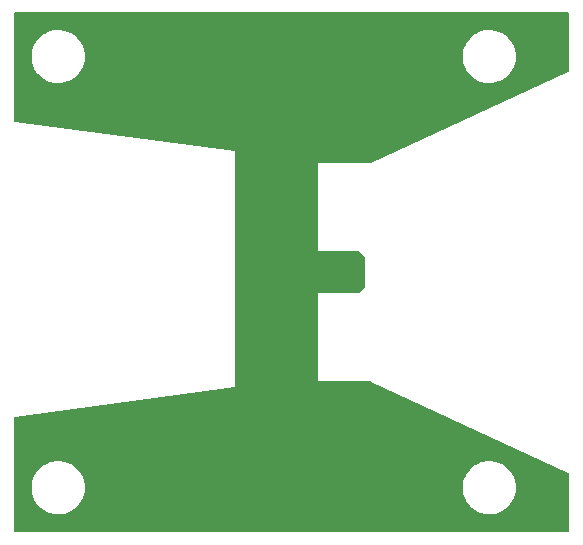
<source format=gbs>
G04 #@! TF.GenerationSoftware,KiCad,Pcbnew,(6.0.11)*
G04 #@! TF.CreationDate,2023-07-14T11:58:10+02:00*
G04 #@! TF.ProjectId,quakesr_large01,7175616b-6573-4725-9f6c-617267653031,rev?*
G04 #@! TF.SameCoordinates,Original*
G04 #@! TF.FileFunction,Soldermask,Bot*
G04 #@! TF.FilePolarity,Negative*
%FSLAX46Y46*%
G04 Gerber Fmt 4.6, Leading zero omitted, Abs format (unit mm)*
G04 Created by KiCad (PCBNEW (6.0.11)) date 2023-07-14 11:58:10*
%MOMM*%
%LPD*%
G01*
G04 APERTURE LIST*
G04 APERTURE END LIST*
G36*
X168192121Y-83270002D02*
G01*
X168238614Y-83323658D01*
X168250000Y-83376000D01*
X168250000Y-88169465D01*
X168229998Y-88237586D01*
X168176910Y-88283818D01*
X151525173Y-95988353D01*
X151472263Y-96000000D01*
X147018115Y-96000000D01*
X147002876Y-96004475D01*
X147001671Y-96005865D01*
X147000000Y-96013548D01*
X147000000Y-103481885D01*
X147004475Y-103497124D01*
X147005865Y-103498329D01*
X147013548Y-103500000D01*
X150447810Y-103500000D01*
X150515931Y-103520002D01*
X150536905Y-103536905D01*
X150963095Y-103963095D01*
X150997121Y-104025407D01*
X151000000Y-104052190D01*
X151000000Y-106447810D01*
X150979998Y-106515931D01*
X150963095Y-106536905D01*
X150536905Y-106963095D01*
X150474593Y-106997121D01*
X150447810Y-107000000D01*
X147018115Y-107000000D01*
X147002876Y-107004475D01*
X147001671Y-107005865D01*
X147000000Y-107013548D01*
X147000000Y-114481885D01*
X147004475Y-114497124D01*
X147005865Y-114498329D01*
X147013548Y-114500000D01*
X151472263Y-114500000D01*
X151525173Y-114511647D01*
X168176910Y-122216182D01*
X168230334Y-122262940D01*
X168250000Y-122330535D01*
X168250000Y-127124000D01*
X168229998Y-127192121D01*
X168176342Y-127238614D01*
X168124000Y-127250000D01*
X121376000Y-127250000D01*
X121307879Y-127229998D01*
X121261386Y-127176342D01*
X121250000Y-127124000D01*
X121250000Y-123646068D01*
X122755025Y-123646068D01*
X122755587Y-123654459D01*
X122794525Y-123943993D01*
X122796199Y-123952233D01*
X122873383Y-124233998D01*
X122876137Y-124241929D01*
X122990189Y-124510896D01*
X122993979Y-124518397D01*
X123142859Y-124769757D01*
X123147614Y-124776683D01*
X123328678Y-125005968D01*
X123334307Y-125012191D01*
X123544315Y-125215294D01*
X123550720Y-125220710D01*
X123785930Y-125394014D01*
X123793004Y-125398530D01*
X124049202Y-125538930D01*
X124056829Y-125542469D01*
X124329445Y-125647465D01*
X124337481Y-125649958D01*
X124621658Y-125717681D01*
X124629957Y-125719080D01*
X124920616Y-125748322D01*
X124929030Y-125748603D01*
X125221008Y-125738841D01*
X125229368Y-125738000D01*
X125517441Y-125689408D01*
X125525618Y-125687459D01*
X125804643Y-125600904D01*
X125812486Y-125597884D01*
X126077492Y-125474908D01*
X126084858Y-125470872D01*
X126331106Y-125313673D01*
X126337871Y-125308688D01*
X126560964Y-125120074D01*
X126567010Y-125114228D01*
X126762976Y-124897559D01*
X126768181Y-124890968D01*
X126933518Y-124650112D01*
X126937807Y-124642871D01*
X127069556Y-124382148D01*
X127072848Y-124374384D01*
X127168673Y-124098424D01*
X127170896Y-124090308D01*
X127229085Y-123804024D01*
X127230205Y-123795698D01*
X127240222Y-123646068D01*
X159255025Y-123646068D01*
X159255587Y-123654459D01*
X159294525Y-123943993D01*
X159296199Y-123952233D01*
X159373383Y-124233998D01*
X159376137Y-124241929D01*
X159490189Y-124510896D01*
X159493979Y-124518397D01*
X159642859Y-124769757D01*
X159647614Y-124776683D01*
X159828678Y-125005968D01*
X159834307Y-125012191D01*
X160044315Y-125215294D01*
X160050720Y-125220710D01*
X160285930Y-125394014D01*
X160293004Y-125398530D01*
X160549202Y-125538930D01*
X160556829Y-125542469D01*
X160829445Y-125647465D01*
X160837481Y-125649958D01*
X161121658Y-125717681D01*
X161129957Y-125719080D01*
X161420616Y-125748322D01*
X161429030Y-125748603D01*
X161721008Y-125738841D01*
X161729368Y-125738000D01*
X162017441Y-125689408D01*
X162025618Y-125687459D01*
X162304643Y-125600904D01*
X162312486Y-125597884D01*
X162577492Y-125474908D01*
X162584858Y-125470872D01*
X162831106Y-125313673D01*
X162837871Y-125308688D01*
X163060964Y-125120074D01*
X163067010Y-125114228D01*
X163262976Y-124897559D01*
X163268181Y-124890968D01*
X163433518Y-124650112D01*
X163437807Y-124642871D01*
X163569556Y-124382148D01*
X163572848Y-124374384D01*
X163668673Y-124098424D01*
X163670896Y-124090308D01*
X163729085Y-123804024D01*
X163730205Y-123795698D01*
X163749719Y-123504198D01*
X163749719Y-123495802D01*
X163730205Y-123204302D01*
X163729085Y-123195976D01*
X163670896Y-122909692D01*
X163668673Y-122901576D01*
X163572848Y-122625616D01*
X163569556Y-122617852D01*
X163437807Y-122357129D01*
X163433518Y-122349888D01*
X163268181Y-122109032D01*
X163262976Y-122102441D01*
X163067010Y-121885772D01*
X163060964Y-121879926D01*
X162837871Y-121691312D01*
X162831106Y-121686327D01*
X162584858Y-121529128D01*
X162577492Y-121525092D01*
X162312486Y-121402116D01*
X162304643Y-121399096D01*
X162025618Y-121312541D01*
X162017441Y-121310592D01*
X161729368Y-121262000D01*
X161721008Y-121261159D01*
X161429030Y-121251397D01*
X161420616Y-121251678D01*
X161129957Y-121280920D01*
X161121658Y-121282319D01*
X160837481Y-121350042D01*
X160829445Y-121352535D01*
X160556829Y-121457531D01*
X160549202Y-121461070D01*
X160293004Y-121601470D01*
X160285930Y-121605986D01*
X160050720Y-121779290D01*
X160044315Y-121784706D01*
X159834307Y-121987809D01*
X159828678Y-121994032D01*
X159647614Y-122223317D01*
X159642859Y-122230243D01*
X159493979Y-122481603D01*
X159490189Y-122489104D01*
X159376137Y-122758071D01*
X159373383Y-122766002D01*
X159296199Y-123047767D01*
X159294525Y-123056007D01*
X159255587Y-123345541D01*
X159255025Y-123353933D01*
X159255025Y-123646068D01*
X127240222Y-123646068D01*
X127249719Y-123504198D01*
X127249719Y-123495802D01*
X127230205Y-123204302D01*
X127229085Y-123195976D01*
X127170896Y-122909692D01*
X127168673Y-122901576D01*
X127072848Y-122625616D01*
X127069556Y-122617852D01*
X126937807Y-122357129D01*
X126933518Y-122349888D01*
X126768181Y-122109032D01*
X126762976Y-122102441D01*
X126567010Y-121885772D01*
X126560964Y-121879926D01*
X126337871Y-121691312D01*
X126331106Y-121686327D01*
X126084858Y-121529128D01*
X126077492Y-121525092D01*
X125812486Y-121402116D01*
X125804643Y-121399096D01*
X125525618Y-121312541D01*
X125517441Y-121310592D01*
X125229368Y-121262000D01*
X125221008Y-121261159D01*
X124929030Y-121251397D01*
X124920616Y-121251678D01*
X124629957Y-121280920D01*
X124621658Y-121282319D01*
X124337481Y-121350042D01*
X124329445Y-121352535D01*
X124056829Y-121457531D01*
X124049202Y-121461070D01*
X123793004Y-121601470D01*
X123785930Y-121605986D01*
X123550720Y-121779290D01*
X123544315Y-121784706D01*
X123334307Y-121987809D01*
X123328678Y-121994032D01*
X123147614Y-122223317D01*
X123142859Y-122230243D01*
X122993979Y-122481603D01*
X122990189Y-122489104D01*
X122876137Y-122758071D01*
X122873383Y-122766002D01*
X122796199Y-123047767D01*
X122794525Y-123056007D01*
X122755587Y-123345541D01*
X122755025Y-123353933D01*
X122755025Y-123646068D01*
X121250000Y-123646068D01*
X121250000Y-117610315D01*
X121270002Y-117542194D01*
X121323658Y-117495701D01*
X121359347Y-117485420D01*
X139982042Y-115002394D01*
X139996559Y-114995944D01*
X139999991Y-114990721D01*
X140000000Y-114990663D01*
X140000000Y-95018115D01*
X139995525Y-95002876D01*
X139990799Y-94998781D01*
X139990750Y-94998767D01*
X121359347Y-92514580D01*
X121294468Y-92485750D01*
X121255474Y-92426420D01*
X121250000Y-92389685D01*
X121250000Y-87146068D01*
X122755025Y-87146068D01*
X122755587Y-87154459D01*
X122794525Y-87443993D01*
X122796199Y-87452233D01*
X122873383Y-87733998D01*
X122876137Y-87741929D01*
X122990189Y-88010896D01*
X122993979Y-88018397D01*
X123142859Y-88269757D01*
X123147614Y-88276683D01*
X123328678Y-88505968D01*
X123334307Y-88512191D01*
X123544315Y-88715294D01*
X123550720Y-88720710D01*
X123785930Y-88894014D01*
X123793004Y-88898530D01*
X124049202Y-89038930D01*
X124056829Y-89042469D01*
X124329445Y-89147465D01*
X124337481Y-89149958D01*
X124621658Y-89217681D01*
X124629957Y-89219080D01*
X124920616Y-89248322D01*
X124929030Y-89248603D01*
X125221008Y-89238841D01*
X125229368Y-89238000D01*
X125517441Y-89189408D01*
X125525618Y-89187459D01*
X125804643Y-89100904D01*
X125812486Y-89097884D01*
X126077492Y-88974908D01*
X126084858Y-88970872D01*
X126331106Y-88813673D01*
X126337871Y-88808688D01*
X126560964Y-88620074D01*
X126567010Y-88614228D01*
X126762976Y-88397559D01*
X126768181Y-88390968D01*
X126933518Y-88150112D01*
X126937807Y-88142871D01*
X127069556Y-87882148D01*
X127072848Y-87874384D01*
X127168673Y-87598424D01*
X127170896Y-87590308D01*
X127229085Y-87304024D01*
X127230205Y-87295698D01*
X127240222Y-87146068D01*
X159255025Y-87146068D01*
X159255587Y-87154459D01*
X159294525Y-87443993D01*
X159296199Y-87452233D01*
X159373383Y-87733998D01*
X159376137Y-87741929D01*
X159490189Y-88010896D01*
X159493979Y-88018397D01*
X159642859Y-88269757D01*
X159647614Y-88276683D01*
X159828678Y-88505968D01*
X159834307Y-88512191D01*
X160044315Y-88715294D01*
X160050720Y-88720710D01*
X160285930Y-88894014D01*
X160293004Y-88898530D01*
X160549202Y-89038930D01*
X160556829Y-89042469D01*
X160829445Y-89147465D01*
X160837481Y-89149958D01*
X161121658Y-89217681D01*
X161129957Y-89219080D01*
X161420616Y-89248322D01*
X161429030Y-89248603D01*
X161721008Y-89238841D01*
X161729368Y-89238000D01*
X162017441Y-89189408D01*
X162025618Y-89187459D01*
X162304643Y-89100904D01*
X162312486Y-89097884D01*
X162577492Y-88974908D01*
X162584858Y-88970872D01*
X162831106Y-88813673D01*
X162837871Y-88808688D01*
X163060964Y-88620074D01*
X163067010Y-88614228D01*
X163262976Y-88397559D01*
X163268181Y-88390968D01*
X163433518Y-88150112D01*
X163437807Y-88142871D01*
X163569556Y-87882148D01*
X163572848Y-87874384D01*
X163668673Y-87598424D01*
X163670896Y-87590308D01*
X163729085Y-87304024D01*
X163730205Y-87295698D01*
X163749719Y-87004198D01*
X163749719Y-86995802D01*
X163730205Y-86704302D01*
X163729085Y-86695976D01*
X163670896Y-86409692D01*
X163668673Y-86401576D01*
X163572848Y-86125616D01*
X163569556Y-86117852D01*
X163437807Y-85857129D01*
X163433518Y-85849888D01*
X163268181Y-85609032D01*
X163262976Y-85602441D01*
X163067010Y-85385772D01*
X163060964Y-85379926D01*
X162837871Y-85191312D01*
X162831106Y-85186327D01*
X162584858Y-85029128D01*
X162577492Y-85025092D01*
X162312486Y-84902116D01*
X162304643Y-84899096D01*
X162025618Y-84812541D01*
X162017441Y-84810592D01*
X161729368Y-84762000D01*
X161721008Y-84761159D01*
X161429030Y-84751397D01*
X161420616Y-84751678D01*
X161129957Y-84780920D01*
X161121658Y-84782319D01*
X160837481Y-84850042D01*
X160829445Y-84852535D01*
X160556829Y-84957531D01*
X160549202Y-84961070D01*
X160293004Y-85101470D01*
X160285930Y-85105986D01*
X160050720Y-85279290D01*
X160044315Y-85284706D01*
X159834307Y-85487809D01*
X159828678Y-85494032D01*
X159647614Y-85723317D01*
X159642859Y-85730243D01*
X159493979Y-85981603D01*
X159490189Y-85989104D01*
X159376137Y-86258071D01*
X159373383Y-86266002D01*
X159296199Y-86547767D01*
X159294525Y-86556007D01*
X159255587Y-86845541D01*
X159255025Y-86853933D01*
X159255025Y-87146068D01*
X127240222Y-87146068D01*
X127249719Y-87004198D01*
X127249719Y-86995802D01*
X127230205Y-86704302D01*
X127229085Y-86695976D01*
X127170896Y-86409692D01*
X127168673Y-86401576D01*
X127072848Y-86125616D01*
X127069556Y-86117852D01*
X126937807Y-85857129D01*
X126933518Y-85849888D01*
X126768181Y-85609032D01*
X126762976Y-85602441D01*
X126567010Y-85385772D01*
X126560964Y-85379926D01*
X126337871Y-85191312D01*
X126331106Y-85186327D01*
X126084858Y-85029128D01*
X126077492Y-85025092D01*
X125812486Y-84902116D01*
X125804643Y-84899096D01*
X125525618Y-84812541D01*
X125517441Y-84810592D01*
X125229368Y-84762000D01*
X125221008Y-84761159D01*
X124929030Y-84751397D01*
X124920616Y-84751678D01*
X124629957Y-84780920D01*
X124621658Y-84782319D01*
X124337481Y-84850042D01*
X124329445Y-84852535D01*
X124056829Y-84957531D01*
X124049202Y-84961070D01*
X123793004Y-85101470D01*
X123785930Y-85105986D01*
X123550720Y-85279290D01*
X123544315Y-85284706D01*
X123334307Y-85487809D01*
X123328678Y-85494032D01*
X123147614Y-85723317D01*
X123142859Y-85730243D01*
X122993979Y-85981603D01*
X122990189Y-85989104D01*
X122876137Y-86258071D01*
X122873383Y-86266002D01*
X122796199Y-86547767D01*
X122794525Y-86556007D01*
X122755587Y-86845541D01*
X122755025Y-86853933D01*
X122755025Y-87146068D01*
X121250000Y-87146068D01*
X121250000Y-83376000D01*
X121270002Y-83307879D01*
X121323658Y-83261386D01*
X121376000Y-83250000D01*
X168124000Y-83250000D01*
X168192121Y-83270002D01*
G37*
M02*

</source>
